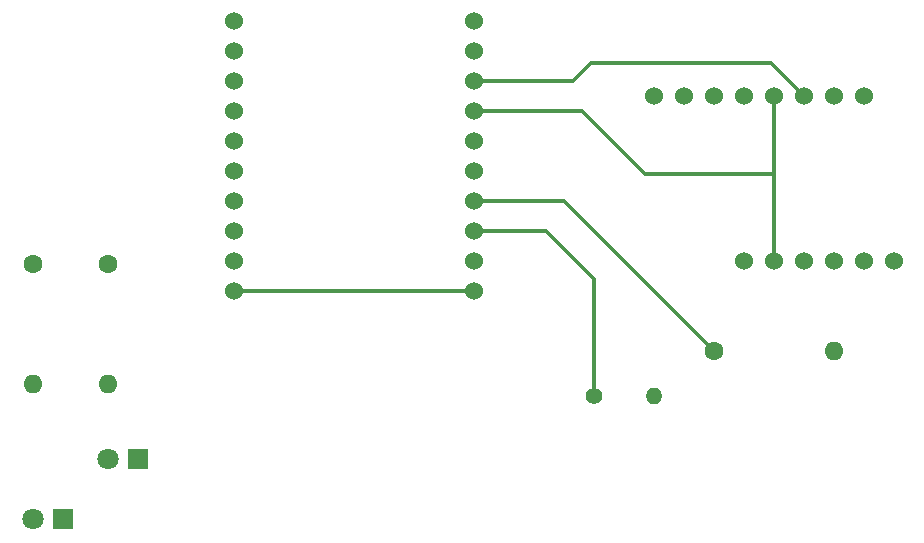
<source format=gbr>
%TF.GenerationSoftware,KiCad,Pcbnew,(5.1.10)-1*%
%TF.CreationDate,2021-11-06T16:25:45-04:00*%
%TF.ProjectId,SmartHub,536d6172-7448-4756-922e-6b696361645f,rev?*%
%TF.SameCoordinates,Original*%
%TF.FileFunction,Copper,L2,Bot*%
%TF.FilePolarity,Positive*%
%FSLAX46Y46*%
G04 Gerber Fmt 4.6, Leading zero omitted, Abs format (unit mm)*
G04 Created by KiCad (PCBNEW (5.1.10)-1) date 2021-11-06 16:25:45*
%MOMM*%
%LPD*%
G01*
G04 APERTURE LIST*
%TA.AperFunction,ComponentPad*%
%ADD10C,1.524000*%
%TD*%
%TA.AperFunction,ComponentPad*%
%ADD11C,1.600000*%
%TD*%
%TA.AperFunction,ComponentPad*%
%ADD12O,1.600000X1.600000*%
%TD*%
%TA.AperFunction,ComponentPad*%
%ADD13R,1.800000X1.800000*%
%TD*%
%TA.AperFunction,ComponentPad*%
%ADD14C,1.800000*%
%TD*%
%TA.AperFunction,ComponentPad*%
%ADD15C,1.400000*%
%TD*%
%TA.AperFunction,ComponentPad*%
%ADD16O,1.400000X1.400000*%
%TD*%
%TA.AperFunction,Conductor*%
%ADD17C,0.304800*%
%TD*%
G04 APERTURE END LIST*
D10*
%TO.P,RTC,8*%
%TO.N,Net-(U1-Pad8)*%
X175184000Y-72606000D03*
%TO.P,RTC,7*%
%TO.N,Net-(U1-Pad7)*%
X177724000Y-72606000D03*
%TO.P,RTC,6*%
%TO.N,Net-(U1-Pad6)*%
X180264000Y-72606000D03*
%TO.P,RTC,5*%
%TO.N,Net-(U1-Pad5)*%
X182804000Y-72606000D03*
%TO.P,RTC,4*%
%TO.N,Net-(U1-Pad4)*%
X185344000Y-72606000D03*
%TO.P,RTC,3*%
%TO.N,Net-(U1-Pad3)*%
X187884000Y-72606000D03*
%TO.P,RTC,2*%
%TO.N,GND*%
X190424000Y-72606000D03*
%TO.P,RTC,1*%
%TO.N,Net-(SW1-Pad1)*%
X192964000Y-72606000D03*
%TD*%
%TO.P,BH1750,6*%
%TO.N,GND*%
X182804000Y-86576000D03*
%TO.P,BH1750,5*%
%TO.N,Net-(U1-Pad4)*%
X185344000Y-86576000D03*
%TO.P,BH1750,4*%
%TO.N,Net-(U1-Pad3)*%
X187884000Y-86576000D03*
%TO.P,BH1750,3*%
%TO.N,GND*%
X190424000Y-86576000D03*
%TO.P,BH1750,2*%
%TO.N,Net-(SW1-Pad1)*%
X192964000Y-86576000D03*
%TO.P,BH1750,1*%
%TO.N,Net-(U2-Pad1)*%
X195504000Y-86576000D03*
%TD*%
D11*
%TO.P,R1,1*%
%TO.N,Net-(R1-Pad1)*%
X180264000Y-94196000D03*
D12*
%TO.P,R1,2*%
%TO.N,GND*%
X190424000Y-94196000D03*
%TD*%
D10*
%TO.P,HUZZAH,11*%
%TO.N,GND*%
X159944000Y-89116000D03*
%TO.P,HUZZAH,12*%
%TO.N,Net-(u1-Pad12)*%
X159944000Y-86576000D03*
%TO.P,HUZZAH,17*%
%TO.N,Net-(U1-Pad4)*%
X159944000Y-73876000D03*
%TO.P,HUZZAH,19*%
%TO.N,Net-(u1-Pad19)*%
X159944000Y-68796000D03*
%TO.P,HUZZAH,13*%
%TO.N,Net-(SW1-Pad1)*%
X159944000Y-84036000D03*
%TO.P,HUZZAH,14*%
%TO.N,Net-(R1-Pad1)*%
X159944000Y-81496000D03*
%TO.P,HUZZAH,15*%
%TO.N,Net-(u1-Pad15)*%
X159944000Y-78956000D03*
%TO.P,HUZZAH,20*%
%TO.N,Net-(u1-Pad20)*%
X159944000Y-66256000D03*
%TO.P,HUZZAH,18*%
%TO.N,Net-(U1-Pad3)*%
X159944000Y-71336000D03*
%TO.P,HUZZAH,16*%
%TO.N,Net-(u1-Pad16)*%
X159944000Y-76416000D03*
%TO.P,HUZZAH,10*%
%TO.N,GND*%
X139624000Y-89116000D03*
%TO.P,HUZZAH,9*%
%TO.N,Net-(u1-Pad9)*%
X139624000Y-86576000D03*
%TO.P,HUZZAH,8*%
%TO.N,Net-(u1-Pad8)*%
X139624000Y-84036000D03*
%TO.P,HUZZAH,7*%
%TO.N,Net-(R3-Pad1)*%
X139624000Y-81496000D03*
%TO.P,HUZZAH,6*%
%TO.N,Net-(R2-Pad1)*%
X139624000Y-78956000D03*
%TO.P,HUZZAH,5*%
%TO.N,Net-(u1-Pad5)*%
X139624000Y-76416000D03*
%TO.P,HUZZAH,4*%
%TO.N,Net-(u1-Pad4)*%
X139624000Y-73876000D03*
%TO.P,HUZZAH,3*%
%TO.N,Net-(u1-Pad3)*%
X139624000Y-71336000D03*
%TO.P,HUZZAH,2*%
%TO.N,Net-(u1-Pad2)*%
X139624000Y-68796000D03*
%TO.P,HUZZAH,1*%
%TO.N,Net-(u1-Pad1)*%
X139624000Y-66256000D03*
%TD*%
D13*
%TO.P,D1,1*%
%TO.N,GND*%
X125146000Y-108420000D03*
D14*
%TO.P,D1,2*%
%TO.N,Net-(D1-Pad2)*%
X122606000Y-108420000D03*
%TD*%
D13*
%TO.P,D2,1*%
%TO.N,GND*%
X131496000Y-103340000D03*
D14*
%TO.P,D2,2*%
%TO.N,Net-(D2-Pad2)*%
X128956000Y-103340000D03*
%TD*%
D11*
%TO.P,R2,1*%
%TO.N,Net-(R2-Pad1)*%
X122606000Y-86830000D03*
D12*
%TO.P,R2,2*%
%TO.N,Net-(D1-Pad2)*%
X122606000Y-96990000D03*
%TD*%
D11*
%TO.P,R3,1*%
%TO.N,Net-(R3-Pad1)*%
X128956000Y-86830000D03*
D12*
%TO.P,R3,2*%
%TO.N,Net-(D2-Pad2)*%
X128956000Y-96990000D03*
%TD*%
D15*
%TO.P,SW1,1*%
%TO.N,Net-(SW1-Pad1)*%
X170104000Y-98006000D03*
D16*
%TO.P,SW1,2*%
%TO.N,Net-(R1-Pad1)*%
X175184000Y-98006000D03*
%TD*%
D17*
%TO.N,Net-(R1-Pad1)*%
X167564000Y-81496000D02*
X180264000Y-94196000D01*
X159944000Y-81496000D02*
X167564000Y-81496000D01*
%TO.N,GND*%
X159944000Y-89116000D02*
X139624000Y-89116000D01*
%TO.N,Net-(SW1-Pad1)*%
X159944000Y-84036000D02*
X166040000Y-84036000D01*
X166040000Y-84036000D02*
X170104000Y-88100000D01*
X170104000Y-94450000D02*
X170104000Y-98006000D01*
X170104000Y-88100000D02*
X170104000Y-94450000D01*
%TO.N,Net-(U1-Pad3)*%
X159944000Y-71336000D02*
X168326000Y-71336000D01*
X168326000Y-71336000D02*
X169850000Y-69812000D01*
X185090000Y-69812000D02*
X187884000Y-72606000D01*
X169850000Y-69812000D02*
X185090000Y-69812000D01*
%TO.N,Net-(U1-Pad4)*%
X159944000Y-73876000D02*
X169088000Y-73876000D01*
X174422000Y-79210000D02*
X185344000Y-79210000D01*
X169088000Y-73876000D02*
X174422000Y-79210000D01*
X185344000Y-79210000D02*
X185344000Y-86576000D01*
X185344000Y-72606000D02*
X185344000Y-79210000D01*
%TD*%
M02*

</source>
